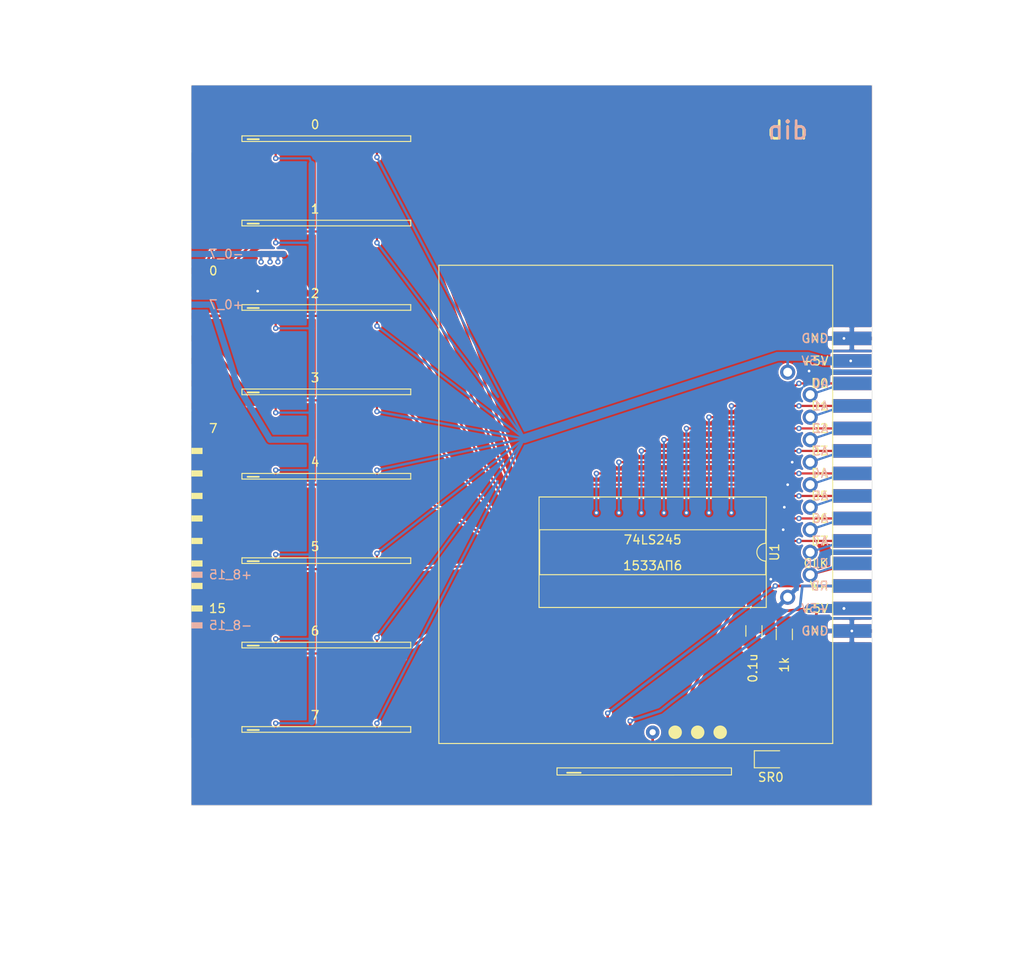
<source format=kicad_pcb>
(kicad_pcb (version 20171130) (host pcbnew 5.1.5+dfsg1-2build2)
  (layers (0 F.Cu signal) (31 B.Cu signal) (34 B.Paste user) (35 F.Paste user) (36 B.SilkS user) (37 F.SilkS user) (38 B.Mask user) (39 F.Mask user) (44 Edge.Cuts user))
  (net 0 "")
  (net 1 +5V)
  (net 2 GND)
  (net 3 IN1)
  (net 4 IN2)
  (net 5 IN3)
  (net 6 IN4)
  (net 7 IN5)
  (net 8 IN6)
  (net 9 IN7)
  (net 10 A7)
  (net 11 A6)
  (net 12 A5)
  (net 13 A4)
  (net 14 A3)
  (net 15 A2)
  (net 16 A1)
  (net 17 IN0)
  (net 18 CLK)
  (net 19 D7)
  (net 20 D6)
  (net 21 D5)
  (net 22 D4)
  (net 23 D3)
  (net 24 D2)
  (net 25 D1)
  (net 26 D0)
  (net 27 A0)
  (net 28 GND0_7)
  (net 29 INL0)
  (net 30 INL1)
  (net 31 INL2)
  (net 32 INL3)
  (net 33 INL4)
  (net 34 INL5)
  (net 35 INL6)
  (net 36 INL7)
  (net 37 WR)
  (net 38 RD)
  (net 39 SR0)
  (net 40 "Net-(D1-Pad2)")
  (net 41 S0)
  (net 42 "Net-(J1-Pad20)")
  (net 43 "Net-(J1-Pad19)")
  (net 44 "Net-(J1-Pad16)")
  (net 45 "Net-(J1-Pad15)")
  (net 46 "Net-(J1-Pad14)")
  (net 47 "Net-(J1-Pad13)")
  (net 48 "Net-(J1-Pad12)")
  (net 49 "Net-(J1-Pad11)")
  (net 50 "Net-(J1-Pad10)")
  (net 51 "Net-(J1-Pad9)")
  (net 52 "Net-(J11-Pad15)")
  (net 53 V0_7)
  (net 54 "Net-(J11-Pad13)")
  (net 55 "Net-(J11-Pad14)")
  (module plc88:dio_channel_i (layer F.Cu) (at 48.26 101.6)
    (fp_text reference J9 hide)
    (fp_text value dio_channel_i hide)
    (fp_line (start -7.62 1.651) (end -6.35 1.651) (layer F.SilkS) (width 0.2))
    (fp_line (start -8.255 1.905) (end -8.255 1.27) (layer F.SilkS) (width 0.12))
    (fp_line (start 10.795 1.905) (end -8.255 1.905) (layer F.SilkS) (width 0.12))
    (fp_line (start 10.795 1.27) (end 10.795 1.905) (layer F.SilkS) (width 0.12))
    (fp_line (start -8.255 1.27) (end 10.795 1.27) (layer F.SilkS) (width 0.12))
    (fp_text user 7 (at 0 0) (layer F.SilkS))
    (pad 4 smd rect (at 4.445 2.54) (size 1.27 1.27) (layers F.Cu F.Paste F.Mask) (net 2 GND))
    (pad 6 smd rect (at 9.525 2.54) (size 1.27 1.27) (layers F.Cu F.Paste F.Mask) (net 36 INL7))
    (pad 5 smd rect (at 6.985 2.54) (size 1.27 1.27) (layers F.Cu F.Paste F.Mask) (net 1 +5V))
    (pad 3 smd rect (at -1.905 2.54) (size 1.27 1.27) (layers F.Cu F.Paste F.Mask) (net 28 GND0_7))
    (pad 2 smd rect (at -4.445 2.54) (size 1.27 1.27) (layers F.Cu F.Paste F.Mask) (net 53 V0_7))
    (pad 1 smd rect (at -6.985 2.54) (size 1.27 1.27) (layers F.Cu F.Paste F.Mask) (net 9 IN7))
  )
  (module plc88:dio_channel_i (layer F.Cu) (at 48.26 92.075)
    (fp_text reference J8 hide)
    (fp_text value dio_channel_i hide)
    (fp_line (start -7.62 1.651) (end -6.35 1.651) (layer F.SilkS) (width 0.2))
    (fp_line (start -8.255 1.905) (end -8.255 1.27) (layer F.SilkS) (width 0.12))
    (fp_line (start 10.795 1.905) (end -8.255 1.905) (layer F.SilkS) (width 0.12))
    (fp_line (start 10.795 1.27) (end 10.795 1.905) (layer F.SilkS) (width 0.12))
    (fp_line (start -8.255 1.27) (end 10.795 1.27) (layer F.SilkS) (width 0.12))
    (fp_text user 6 (at 0 0) (layer F.SilkS))
    (pad 4 smd rect (at 4.445 2.54) (size 1.27 1.27) (layers F.Cu F.Paste F.Mask) (net 2 GND))
    (pad 6 smd rect (at 9.525 2.54) (size 1.27 1.27) (layers F.Cu F.Paste F.Mask) (net 35 INL6))
    (pad 5 smd rect (at 6.985 2.54) (size 1.27 1.27) (layers F.Cu F.Paste F.Mask) (net 1 +5V))
    (pad 3 smd rect (at -1.905 2.54) (size 1.27 1.27) (layers F.Cu F.Paste F.Mask) (net 28 GND0_7))
    (pad 2 smd rect (at -4.445 2.54) (size 1.27 1.27) (layers F.Cu F.Paste F.Mask) (net 53 V0_7))
    (pad 1 smd rect (at -6.985 2.54) (size 1.27 1.27) (layers F.Cu F.Paste F.Mask) (net 8 IN6))
  )
  (module plc88:dio_channel_i (layer F.Cu) (at 48.26 82.55)
    (fp_text reference J7 hide)
    (fp_text value dio_channel_i hide)
    (fp_line (start -7.62 1.651) (end -6.35 1.651) (layer F.SilkS) (width 0.2))
    (fp_line (start -8.255 1.905) (end -8.255 1.27) (layer F.SilkS) (width 0.12))
    (fp_line (start 10.795 1.905) (end -8.255 1.905) (layer F.SilkS) (width 0.12))
    (fp_line (start 10.795 1.27) (end 10.795 1.905) (layer F.SilkS) (width 0.12))
    (fp_line (start -8.255 1.27) (end 10.795 1.27) (layer F.SilkS) (width 0.12))
    (fp_text user 5 (at 0 0) (layer F.SilkS))
    (pad 4 smd rect (at 4.445 2.54) (size 1.27 1.27) (layers F.Cu F.Paste F.Mask) (net 2 GND))
    (pad 6 smd rect (at 9.525 2.54) (size 1.27 1.27) (layers F.Cu F.Paste F.Mask) (net 34 INL5))
    (pad 5 smd rect (at 6.985 2.54) (size 1.27 1.27) (layers F.Cu F.Paste F.Mask) (net 1 +5V))
    (pad 3 smd rect (at -1.905 2.54) (size 1.27 1.27) (layers F.Cu F.Paste F.Mask) (net 28 GND0_7))
    (pad 2 smd rect (at -4.445 2.54) (size 1.27 1.27) (layers F.Cu F.Paste F.Mask) (net 53 V0_7))
    (pad 1 smd rect (at -6.985 2.54) (size 1.27 1.27) (layers F.Cu F.Paste F.Mask) (net 7 IN5))
  )
  (module plc88:dio_channel_i (layer F.Cu) (at 48.26 73.025)
    (fp_text reference J6 hide)
    (fp_text value dio_channel_i hide)
    (fp_line (start -7.62 1.651) (end -6.35 1.651) (layer F.SilkS) (width 0.2))
    (fp_line (start -8.255 1.905) (end -8.255 1.27) (layer F.SilkS) (width 0.12))
    (fp_line (start 10.795 1.905) (end -8.255 1.905) (layer F.SilkS) (width 0.12))
    (fp_line (start 10.795 1.27) (end 10.795 1.905) (layer F.SilkS) (width 0.12))
    (fp_line (start -8.255 1.27) (end 10.795 1.27) (layer F.SilkS) (width 0.12))
    (fp_text user 4 (at 0 0) (layer F.SilkS))
    (pad 4 smd rect (at 4.445 2.54) (size 1.27 1.27) (layers F.Cu F.Paste F.Mask) (net 2 GND))
    (pad 6 smd rect (at 9.525 2.54) (size 1.27 1.27) (layers F.Cu F.Paste F.Mask) (net 33 INL4))
    (pad 5 smd rect (at 6.985 2.54) (size 1.27 1.27) (layers F.Cu F.Paste F.Mask) (net 1 +5V))
    (pad 3 smd rect (at -1.905 2.54) (size 1.27 1.27) (layers F.Cu F.Paste F.Mask) (net 28 GND0_7))
    (pad 2 smd rect (at -4.445 2.54) (size 1.27 1.27) (layers F.Cu F.Paste F.Mask) (net 53 V0_7))
    (pad 1 smd rect (at -6.985 2.54) (size 1.27 1.27) (layers F.Cu F.Paste F.Mask) (net 6 IN4))
  )
  (module plc88:dio_channel_i (layer F.Cu) (at 48.26 63.5)
    (fp_text reference J5 hide)
    (fp_text value dio_channel_i hide)
    (fp_line (start -7.62 1.651) (end -6.35 1.651) (layer F.SilkS) (width 0.2))
    (fp_line (start -8.255 1.905) (end -8.255 1.27) (layer F.SilkS) (width 0.12))
    (fp_line (start 10.795 1.905) (end -8.255 1.905) (layer F.SilkS) (width 0.12))
    (fp_line (start 10.795 1.27) (end 10.795 1.905) (layer F.SilkS) (width 0.12))
    (fp_line (start -8.255 1.27) (end 10.795 1.27) (layer F.SilkS) (width 0.12))
    (fp_text user 3 (at 0 0) (layer F.SilkS))
    (pad 4 smd rect (at 4.445 2.54) (size 1.27 1.27) (layers F.Cu F.Paste F.Mask) (net 2 GND))
    (pad 6 smd rect (at 9.525 2.54) (size 1.27 1.27) (layers F.Cu F.Paste F.Mask) (net 32 INL3))
    (pad 5 smd rect (at 6.985 2.54) (size 1.27 1.27) (layers F.Cu F.Paste F.Mask) (net 1 +5V))
    (pad 3 smd rect (at -1.905 2.54) (size 1.27 1.27) (layers F.Cu F.Paste F.Mask) (net 28 GND0_7))
    (pad 2 smd rect (at -4.445 2.54) (size 1.27 1.27) (layers F.Cu F.Paste F.Mask) (net 53 V0_7))
    (pad 1 smd rect (at -6.985 2.54) (size 1.27 1.27) (layers F.Cu F.Paste F.Mask) (net 5 IN3))
  )
  (module plc88:dio_channel_i (layer F.Cu) (at 48.26 53.975)
    (fp_text reference J4 hide)
    (fp_text value dio_channel_i hide)
    (fp_line (start -7.62 1.651) (end -6.35 1.651) (layer F.SilkS) (width 0.2))
    (fp_line (start -8.255 1.905) (end -8.255 1.27) (layer F.SilkS) (width 0.12))
    (fp_line (start 10.795 1.905) (end -8.255 1.905) (layer F.SilkS) (width 0.12))
    (fp_line (start 10.795 1.27) (end 10.795 1.905) (layer F.SilkS) (width 0.12))
    (fp_line (start -8.255 1.27) (end 10.795 1.27) (layer F.SilkS) (width 0.12))
    (fp_text user 2 (at 0 0) (layer F.SilkS))
    (pad 4 smd rect (at 4.445 2.54) (size 1.27 1.27) (layers F.Cu F.Paste F.Mask) (net 2 GND))
    (pad 6 smd rect (at 9.525 2.54) (size 1.27 1.27) (layers F.Cu F.Paste F.Mask) (net 31 INL2))
    (pad 5 smd rect (at 6.985 2.54) (size 1.27 1.27) (layers F.Cu F.Paste F.Mask) (net 1 +5V))
    (pad 3 smd rect (at -1.905 2.54) (size 1.27 1.27) (layers F.Cu F.Paste F.Mask) (net 28 GND0_7))
    (pad 2 smd rect (at -4.445 2.54) (size 1.27 1.27) (layers F.Cu F.Paste F.Mask) (net 53 V0_7))
    (pad 1 smd rect (at -6.985 2.54) (size 1.27 1.27) (layers F.Cu F.Paste F.Mask) (net 4 IN2))
  )
  (module plc88:dio_channel_i (layer F.Cu) (at 48.26 44.45)
    (fp_text reference J3 hide)
    (fp_text value dio_channel_i hide)
    (fp_line (start -7.62 1.651) (end -6.35 1.651) (layer F.SilkS) (width 0.2))
    (fp_line (start -8.255 1.905) (end -8.255 1.27) (layer F.SilkS) (width 0.12))
    (fp_line (start 10.795 1.905) (end -8.255 1.905) (layer F.SilkS) (width 0.12))
    (fp_line (start 10.795 1.27) (end 10.795 1.905) (layer F.SilkS) (width 0.12))
    (fp_line (start -8.255 1.27) (end 10.795 1.27) (layer F.SilkS) (width 0.12))
    (fp_text user 1 (at 0 0) (layer F.SilkS))
    (pad 4 smd rect (at 4.445 2.54) (size 1.27 1.27) (layers F.Cu F.Paste F.Mask) (net 2 GND))
    (pad 6 smd rect (at 9.525 2.54) (size 1.27 1.27) (layers F.Cu F.Paste F.Mask) (net 30 INL1))
    (pad 5 smd rect (at 6.985 2.54) (size 1.27 1.27) (layers F.Cu F.Paste F.Mask) (net 1 +5V))
    (pad 3 smd rect (at -1.905 2.54) (size 1.27 1.27) (layers F.Cu F.Paste F.Mask) (net 28 GND0_7))
    (pad 2 smd rect (at -4.445 2.54) (size 1.27 1.27) (layers F.Cu F.Paste F.Mask) (net 53 V0_7))
    (pad 1 smd rect (at -6.985 2.54) (size 1.27 1.27) (layers F.Cu F.Paste F.Mask) (net 3 IN1))
  )
  (module plc88:dio_channel_i (layer F.Cu) (at 48.26 34.925)
    (fp_text reference J2 hide)
    (fp_text value dio_channel_i hide)
    (fp_line (start -7.62 1.651) (end -6.35 1.651) (layer F.SilkS) (width 0.2))
    (fp_line (start -8.255 1.905) (end -8.255 1.27) (layer F.SilkS) (width 0.12))
    (fp_line (start 10.795 1.905) (end -8.255 1.905) (layer F.SilkS) (width 0.12))
    (fp_line (start 10.795 1.27) (end 10.795 1.905) (layer F.SilkS) (width 0.12))
    (fp_line (start -8.255 1.27) (end 10.795 1.27) (layer F.SilkS) (width 0.12))
    (fp_text user 0 (at 0 0) (layer F.SilkS))
    (pad 4 smd rect (at 4.445 2.54) (size 1.27 1.27) (layers F.Cu F.Paste F.Mask) (net 2 GND))
    (pad 6 smd rect (at 9.525 2.54) (size 1.27 1.27) (layers F.Cu F.Paste F.Mask) (net 29 INL0))
    (pad 5 smd rect (at 6.985 2.54) (size 1.27 1.27) (layers F.Cu F.Paste F.Mask) (net 1 +5V))
    (pad 3 smd rect (at -1.905 2.54) (size 1.27 1.27) (layers F.Cu F.Paste F.Mask) (net 28 GND0_7))
    (pad 2 smd rect (at -4.445 2.54) (size 1.27 1.27) (layers F.Cu F.Paste F.Mask) (net 53 V0_7))
    (pad 1 smd rect (at -6.985 2.54) (size 1.27 1.27) (layers F.Cu F.Paste F.Mask) (net 17 IN0))
  )
  (module plc88:fm16_im (layer F.Cu) (at 37.465 42.545)
    (fp_text reference J1 hide)
    (fp_text value fm16_i hide)
    (fp_text user 15 (at -1.27 46.99) (layer F.SilkS) (effects (justify left)))
    (fp_text user 7 (at -1.27 26.67) (layer F.SilkS) (effects (justify left)))
    (fp_text user 0 (at -1.27 8.89) (layer F.SilkS) (effects (justify left)))
    (fp_text user -8_15 (at -1.27 48.895) (layer B.SilkS) (effects (justify right mirror)))
    (fp_text user +8_15 (at -1.27 43.18) (layer B.SilkS) (effects (justify right mirror)))
    (fp_text user -0_7 (at -1.27 6.985) (layer B.SilkS) (effects (justify right mirror)))
    (fp_text user +0_7 (at -1.27 12.7) (layer B.SilkS) (effects (justify right mirror)))
    (pad 25 smd rect (at -2.54 57.785) (size 1.27 7.62) (layers F.Cu F.Paste F.Mask) (net 2 GND))
    (pad 24 smd rect (at -2.54 -0.635) (size 1.27 7.62) (layers F.Cu F.Paste F.Mask) (net 2 GND))
    (pad 23 smd rect (at -2.54 57.785) (size 1.27 7.62) (layers B.Cu B.Paste B.Mask) (net 2 GND))
    (pad 22 smd rect (at -2.54 28.575) (size 1.27 7.62) (layers B.Cu B.Paste B.Mask) (net 2 GND))
    (pad 21 smd rect (at -2.54 -0.635) (size 1.27 7.62) (layers B.Cu B.Paste B.Mask) (net 2 GND))
    (pad 20 smd rect (at -2.54 48.895) (size 1.27 0.7) (layers B.SilkS) (net 42 "Net-(J1-Pad20)"))
    (pad 19 smd rect (at -2.54 43.18) (size 1.27 0.7) (layers B.SilkS) (net 43 "Net-(J1-Pad19)"))
    (pad 18 smd rect (at -2.54 12.7) (size 1.27 0.7) (layers B.Cu B.Paste B.Mask) (net 53 V0_7))
    (pad 17 smd rect (at -2.54 6.985) (size 1.27 0.7) (layers B.Cu B.Paste B.Mask) (net 28 GND0_7))
    (pad 16 smd rect (at -2.54 46.99) (size 1.27 0.7) (layers F.SilkS) (net 44 "Net-(J1-Pad16)"))
    (pad 15 smd rect (at -2.54 44.45) (size 1.27 0.7) (layers F.SilkS) (net 45 "Net-(J1-Pad15)"))
    (pad 14 smd rect (at -2.54 41.91) (size 1.27 0.7) (layers F.SilkS) (net 46 "Net-(J1-Pad14)"))
    (pad 13 smd rect (at -2.54 39.37) (size 1.27 0.7) (layers F.SilkS) (net 47 "Net-(J1-Pad13)"))
    (pad 12 smd rect (at -2.54 36.83) (size 1.27 0.7) (layers F.SilkS) (net 48 "Net-(J1-Pad12)"))
    (pad 11 smd rect (at -2.54 34.29) (size 1.27 0.7) (layers F.SilkS) (net 49 "Net-(J1-Pad11)"))
    (pad 10 smd rect (at -2.54 31.75) (size 1.27 0.7) (layers F.SilkS) (net 50 "Net-(J1-Pad10)"))
    (pad 9 smd rect (at -2.54 29.21) (size 1.27 0.7) (layers F.SilkS) (net 51 "Net-(J1-Pad9)"))
    (pad 8 smd rect (at -2.54 26.67) (size 1.27 0.7) (layers F.Cu F.Paste F.Mask) (net 9 IN7))
    (pad 7 smd rect (at -2.54 24.13) (size 1.27 0.7) (layers F.Cu F.Paste F.Mask) (net 8 IN6))
    (pad 6 smd rect (at -2.54 21.59) (size 1.27 0.7) (layers F.Cu F.Paste F.Mask) (net 7 IN5))
    (pad 5 smd rect (at -2.54 19.05) (size 1.27 0.7) (layers F.Cu F.Paste F.Mask) (net 6 IN4))
    (pad 4 smd rect (at -2.54 16.51) (size 1.27 0.7) (layers F.Cu F.Paste F.Mask) (net 5 IN3))
    (pad 3 smd rect (at -2.54 13.97) (size 1.27 0.7) (layers F.Cu F.Paste F.Mask) (net 4 IN2))
    (pad 2 smd rect (at -2.54 11.43) (size 1.27 0.7) (layers F.Cu F.Paste F.Mask) (net 3 IN1))
    (pad 1 smd rect (at -2.54 8.89) (size 1.27 0.7) (layers F.Cu F.Paste F.Mask) (net 17 IN0))
  )
  (module plc88:wrs_i (layer F.Cu) (at 84.455 106.426)
    (fp_text reference J10 hide)
    (fp_text value wrs_i hide)
    (fp_line (start -7.747 1.651) (end -6.223 1.651) (layer F.SilkS) (width 0.2))
    (fp_line (start -8.89 1.9) (end -8.89 1.1) (layer F.SilkS) (width 0.12))
    (fp_line (start 10.795 1.9) (end -8.89 1.905) (layer F.SilkS) (width 0.12))
    (fp_line (start 10.8 1.1) (end 10.8 1.9) (layer F.SilkS) (width 0.12))
    (fp_line (start -8.89 1.1) (end 10.8 1.1) (layer F.SilkS) (width 0.12))
    (pad 6 smd rect (at 8.89 2.54) (size 1.27 1.27) (layers F.Cu F.Paste F.Mask) (net 1 +5V))
    (pad 5 smd rect (at 4.445 2.54) (size 1.27 1.27) (layers F.Cu F.Paste F.Mask) (net 39 SR0))
    (pad 4 smd rect (at 1.905 2.54) (size 1.27 1.27) (layers F.Cu F.Paste F.Mask) (net 41 S0))
    (pad 3 smd rect (at -0.635 2.54) (size 1.27 1.27) (layers F.Cu F.Paste F.Mask) (net 38 RD))
    (pad 2 smd rect (at -3.175 2.54) (size 1.27 1.27) (layers F.Cu F.Paste F.Mask) (net 37 WR))
    (pad 1 smd rect (at -6.985 2.54) (size 1.27 1.27) (layers F.Cu F.Paste F.Mask) (net 2 GND))
  )
  (module plc88:selector4_i (layer F.Cu) (at 101.6 62.865)
    (fp_text reference J11 hide)
    (fp_text value selector4_i hide)
    (fp_line (start -39.37 -12.065) (end 5.08 -12.065) (layer F.SilkS) (width 0.12))
    (fp_line (start -39.37 41.91) (end -39.37 -12.065) (layer F.SilkS) (width 0.12))
    (fp_line (start 5.08 41.91) (end -39.37 41.91) (layer F.SilkS) (width 0.12))
    (fp_line (start 5.08 -12.065) (end 5.08 41.91) (layer F.SilkS) (width 0.12))
    (pad 13 smd circle (at -12.7 40.64) (size 1.524 1.524) (layers F.SilkS) (net 54 "Net-(J11-Pad13)"))
    (pad 12 thru_hole circle (at -15.24 40.64) (size 1.524 1.524) (drill 0.7) (layers *.Cu *.Mask) (net 41 S0))
    (pad 15 smd circle (at -7.62 40.64) (size 1.524 1.524) (layers F.SilkS) (net 52 "Net-(J11-Pad15)"))
    (pad 14 smd circle (at -10.16 40.64) (size 1.524 1.524) (layers F.SilkS) (net 55 "Net-(J11-Pad14)"))
    (pad 11 thru_hole circle (at 0 25.4) (size 1.7 1.7) (drill 1) (layers *.Cu *.Mask) (net 2 GND))
    (pad 10 thru_hole circle (at 2.54 22.86) (size 1.7 1.7) (drill 1) (layers *.Cu *.Mask) (net 18 CLK))
    (pad 9 thru_hole circle (at 2.54 20.32) (size 1.7 1.7) (drill 1) (layers *.Cu *.Mask) (net 10 A7))
    (pad 8 thru_hole circle (at 2.54 17.78) (size 1.7 1.7) (drill 1) (layers *.Cu *.Mask) (net 11 A6))
    (pad 7 thru_hole circle (at 2.54 15.24) (size 1.7 1.7) (drill 1) (layers *.Cu *.Mask) (net 12 A5))
    (pad 6 thru_hole circle (at 2.54 12.7) (size 1.7 1.7) (drill 1) (layers *.Cu *.Mask) (net 13 A4))
    (pad 5 thru_hole circle (at 2.54 10.16) (size 1.7 1.7) (drill 1) (layers *.Cu *.Mask) (net 14 A3))
    (pad 4 thru_hole circle (at 2.54 7.62) (size 1.7 1.7) (drill 1) (layers *.Cu *.Mask) (net 15 A2))
    (pad 3 thru_hole circle (at 2.54 5.08) (size 1.7 1.7) (drill 1) (layers *.Cu *.Mask) (net 16 A1))
    (pad 2 thru_hole circle (at 2.54 2.54) (size 1.7 1.7) (drill 1) (layers *.Cu *.Mask) (net 27 A0))
    (pad 1 thru_hole circle (at 0 0) (size 1.7 1.7) (drill 1) (layers *.Cu *.Mask) (net 1 +5V))
  )
  (module Resistor_SMD:R_1206_3216Metric (layer F.Cu) (at 101.219 92.456 270)
    (fp_text reference R1 hide)
    (fp_text value 1k (at 3.429 0 90) (layer F.SilkS))
    (fp_line (start -0.602064 0.91) (end 0.602064 0.91) (layer F.SilkS) (width 0.12))
    (fp_line (start -0.602064 -0.91) (end 0.602064 -0.91) (layer F.SilkS) (width 0.12))
    (pad 2 smd roundrect (at 1.4 0 270) (size 1.25 1.75) (layers F.Cu F.Paste F.Mask) (roundrect_rratio 0.2) (net 40 "Net-(D1-Pad2)"))
    (pad 1 smd roundrect (at -1.4 0 270) (size 1.25 1.75) (layers F.Cu F.Paste F.Mask) (roundrect_rratio 0.2) (net 1 +5V))
  )
  (module Capacitor_SMD:C_1206_3216Metric (layer F.Cu) (at 97.79 92.072 90)
    (fp_text reference C1 hide)
    (fp_text value 0.1u (at -4.194 -0.127 90) (layer F.SilkS))
    (fp_line (start -0.602064 0.91) (end 0.602064 0.91) (layer F.SilkS) (width 0.12))
    (fp_line (start -0.602064 -0.91) (end 0.602064 -0.91) (layer F.SilkS) (width 0.12))
    (pad 2 smd roundrect (at 1.4 0 90) (size 1.25 1.75) (layers F.Cu F.Paste F.Mask) (roundrect_rratio 0.2) (net 1 +5V))
    (pad 1 smd roundrect (at -1.4 0 90) (size 1.25 1.75) (layers F.Cu F.Paste F.Mask) (roundrect_rratio 0.2) (net 2 GND))
  )
  (module 1my_elements:Bus88_2x14 (layer F.Cu) (at 108.839 59.055)
    (fp_text reference J12 hide)
    (fp_text value Bus88_2x14 hide)
    (fp_text user WR (at -2.54 27.94) (layer F.SilkS) (effects (justify right)))
    (fp_text user RD (at -2.54 27.94) (layer B.SilkS) (effects (justify left mirror)))
    (fp_text user GND (at -2.54 0) (layer B.SilkS) (effects (justify left mirror)))
    (fp_text user +5V (at -2.54 2.54) (layer B.SilkS) (effects (justify left mirror)))
    (fp_text user GND (at -2.54 33.02) (layer B.SilkS) (effects (justify left mirror)))
    (fp_text user +5V (at -2.54 30.48) (layer B.SilkS) (effects (justify left mirror)))
    (fp_text user CLK (at -2.54 25.4) (layer B.SilkS) (effects (justify left mirror)))
    (fp_text user A7 (at -2.54 22.86) (layer B.SilkS) (effects (justify left mirror)))
    (fp_text user A6 (at -2.54 20.32) (layer B.SilkS) (effects (justify left mirror)))
    (fp_text user A5 (at -2.54 17.78) (layer B.SilkS) (effects (justify left mirror)))
    (fp_text user A4 (at -2.54 15.24) (layer B.SilkS) (effects (justify left mirror)))
    (fp_text user A3 (at -2.54 12.7) (layer B.SilkS) (effects (justify left mirror)))
    (fp_text user A2 (at -2.54 10.16) (layer B.SilkS) (effects (justify left mirror)))
    (fp_text user A1 (at -2.54 7.62) (layer B.SilkS) (effects (justify left mirror)))
    (fp_text user A0 (at -2.54 5.08) (layer B.SilkS) (effects (justify left mirror)))
    (fp_text user D7 (at -2.54 22.86) (layer F.SilkS) (effects (justify right)))
    (fp_text user CLK (at -2.54 25.4) (layer F.SilkS) (effects (justify right)))
    (fp_text user +5V (at -2.54 30.48) (layer F.SilkS) (effects (justify right)))
    (fp_text user GND (at -2.54 33.02) (layer F.SilkS) (effects (justify right)))
    (fp_text user D6 (at -2.54 20.32) (layer F.SilkS) (effects (justify right)))
    (fp_text user D5 (at -2.54 17.78) (layer F.SilkS) (effects (justify right)))
    (fp_text user D4 (at -2.54 15.24) (layer F.SilkS) (effects (justify right)))
    (fp_text user D3 (at -2.54 12.7) (layer F.SilkS) (effects (justify right)))
    (fp_text user D2 (at -2.54 10.16) (layer F.SilkS) (effects (justify right)))
    (fp_text user D1 (at -2.54 7.62) (layer F.SilkS) (effects (justify right)))
    (fp_text user D0 (at -2.54 5.08) (layer F.SilkS) (effects (justify right)))
    (fp_text user +5V (at -2.54 2.54) (layer F.SilkS) (effects (justify right)))
    (fp_text user GND (at -2.54 0) (layer F.SilkS) (effects (justify right)))
    (pad 24 smd rect (at 0 27.94) (size 4.445 1.524) (layers F.Cu F.Paste F.Mask) (net 37 WR))
    (pad 23 smd rect (at 0 27.94) (size 4.445 1.524) (layers B.Cu B.Paste B.Mask) (net 38 RD))
    (pad 28 smd rect (at 0 33.02) (size 4.445 1.524) (layers F.Cu F.Paste F.Mask) (net 2 GND))
    (pad 26 smd rect (at 0 30.48) (size 4.445 1.524) (layers F.Cu F.Paste F.Mask) (net 1 +5V))
    (pad 22 smd rect (at 0 25.4) (size 4.445 1.524) (layers F.Cu F.Paste F.Mask) (net 18 CLK))
    (pad 20 smd rect (at 0 22.86) (size 4.445 1.524) (layers F.Cu F.Paste F.Mask) (net 19 D7))
    (pad 18 smd rect (at 0 20.32) (size 4.445 1.524) (layers F.Cu F.Paste F.Mask) (net 20 D6))
    (pad 16 smd rect (at 0 17.78) (size 4.445 1.524) (layers F.Cu F.Paste F.Mask) (net 21 D5))
    (pad 14 smd rect (at 0 15.24) (size 4.445 1.524) (layers F.Cu F.Paste F.Mask) (net 22 D4))
    (pad 12 smd rect (at 0 12.7) (size 4.445 1.524) (layers F.Cu F.Paste F.Mask) (net 23 D3))
    (pad 10 smd rect (at 0 10.16) (size 4.445 1.524) (layers F.Cu F.Paste F.Mask) (net 24 D2))
    (pad 8 smd rect (at 0 7.62) (size 4.445 1.524) (layers F.Cu F.Paste F.Mask) (net 25 D1))
    (pad 6 smd rect (at 0 5.08) (size 4.445 1.524) (layers F.Cu F.Paste F.Mask) (net 26 D0))
    (pad 4 smd rect (at 0 2.54) (size 4.445 1.524) (layers F.Cu F.Paste F.Mask) (net 1 +5V))
    (pad 2 smd rect (at 0 0) (size 4.445 1.524) (layers F.Cu F.Paste F.Mask) (net 2 GND))
    (pad 9 smd rect (at 0 10.16) (size 4.445 1.524) (layers B.Cu B.Paste B.Mask) (net 15 A2))
    (pad 27 smd rect (at 0 33.02) (size 4.445 1.524) (layers B.Cu B.Paste B.Mask) (net 2 GND))
    (pad 25 smd rect (at 0 30.48) (size 4.445 1.524) (layers B.Cu B.Paste B.Mask) (net 1 +5V))
    (pad 21 smd rect (at 0 25.4) (size 4.445 1.524) (layers B.Cu B.Paste B.Mask) (net 18 CLK))
    (pad 19 smd rect (at 0 22.86) (size 4.445 1.524) (layers B.Cu B.Paste B.Mask) (net 10 A7))
    (pad 17 smd rect (at 0 20.32) (size 4.445 1.524) (layers B.Cu B.Paste B.Mask) (net 11 A6))
    (pad 15 smd rect (at 0 17.78) (size 4.445 1.524) (layers B.Cu B.Paste B.Mask) (net 12 A5))
    (pad 13 smd rect (at 0 15.24) (size 4.445 1.524) (layers B.Cu B.Paste B.Mask) (net 13 A4))
    (pad 11 smd rect (at 0 12.7) (size 4.445 1.524) (layers B.Cu B.Paste B.Mask) (net 14 A3))
    (pad 7 smd rect (at 0 7.62) (size 4.445 1.524) (layers B.Cu B.Paste B.Mask) (net 16 A1))
    (pad 5 smd rect (at 0 5.08) (size 4.445 1.524) (layers B.Cu B.Paste B.Mask) (net 27 A0))
    (pad 3 smd rect (at 0 2.54) (size 4.445 1.524) (layers B.Cu B.Paste B.Mask) (net 1 +5V))
    (pad 1 smd rect (at 0 0) (size 4.445 1.524) (layers B.Cu B.Paste B.Mask) (net 2 GND))
  )
  (module LED_SMD:LED_0805_2012Metric_Pad1.15x1.40mm_HandSolder (layer F.Cu) (at 99.695 106.553)
    (fp_text reference D1 hide)
    (fp_text value SR0 (at 0 2.032) (layer F.SilkS))
    (fp_line (start -1.86 0.96) (end 1 0.96) (layer F.SilkS) (width 0.12))
    (fp_line (start -1.86 -0.96) (end -1.86 0.96) (layer F.SilkS) (width 0.12))
    (fp_line (start 1 -0.96) (end -1.86 -0.96) (layer F.SilkS) (width 0.12))
    (pad 2 smd roundrect (at 1.025 0) (size 1.15 1.4) (layers F.Cu F.Paste F.Mask) (roundrect_rratio 0.217391) (net 40 "Net-(D1-Pad2)"))
    (pad 1 smd roundrect (at -1.025 0) (size 1.15 1.4) (layers F.Cu F.Paste F.Mask) (roundrect_rratio 0.217391) (net 39 SR0))
  )
  (module Package_DIP:DIP-20_W8.89mm_SMDSocket_LongPads (layer F.Cu) (at 86.36 83.185 270)
    (fp_text reference U1 (at 0 -13.76 90) (layer F.SilkS))
    (fp_text value 74LS245 (at -1.397 0 180) (layer F.SilkS))
    (fp_line (start 6.235 -12.82) (end -6.235 -12.82) (layer F.SilkS) (width 0.12))
    (fp_line (start 6.235 12.82) (end 6.235 -12.82) (layer F.SilkS) (width 0.12))
    (fp_line (start -6.235 12.82) (end 6.235 12.82) (layer F.SilkS) (width 0.12))
    (fp_line (start -6.235 -12.82) (end -6.235 12.82) (layer F.SilkS) (width 0.12))
    (fp_line (start 2.535 -12.76) (end 1 -12.76) (layer F.SilkS) (width 0.12))
    (fp_line (start 2.535 12.76) (end 2.535 -12.76) (layer F.SilkS) (width 0.12))
    (fp_line (start -2.535 12.76) (end 2.535 12.76) (layer F.SilkS) (width 0.12))
    (fp_line (start -2.535 -12.76) (end -2.535 12.76) (layer F.SilkS) (width 0.12))
    (fp_line (start -1 -12.76) (end -2.535 -12.76) (layer F.SilkS) (width 0.12))
    (fp_arc (start 0 -12.76) (end -1 -12.76) (angle -180) (layer F.SilkS) (width 0.12))
    (fp_text user 1533АП6 (at 1.524 0) (layer F.SilkS))
    (pad 20 smd rect (at 4.445 -11.43 270) (size 3.1 1.6) (layers F.Cu F.Paste F.Mask) (net 1 +5V))
    (pad 10 smd rect (at -4.445 11.43 270) (size 3.1 1.6) (layers F.Cu F.Paste F.Mask) (net 2 GND))
    (pad 19 smd rect (at 4.445 -8.89 270) (size 3.1 1.6) (layers F.Cu F.Paste F.Mask) (net 39 SR0))
    (pad 9 smd rect (at -4.445 8.89 270) (size 3.1 1.6) (layers F.Cu F.Paste F.Mask) (net 19 D7))
    (pad 18 smd rect (at 4.445 -6.35 270) (size 3.1 1.6) (layers F.Cu F.Paste F.Mask) (net 29 INL0))
    (pad 8 smd rect (at -4.445 6.35 270) (size 3.1 1.6) (layers F.Cu F.Paste F.Mask) (net 20 D6))
    (pad 17 smd rect (at 4.445 -3.81 270) (size 3.1 1.6) (layers F.Cu F.Paste F.Mask) (net 30 INL1))
    (pad 7 smd rect (at -4.445 3.81 270) (size 3.1 1.6) (layers F.Cu F.Paste F.Mask) (net 21 D5))
    (pad 16 smd rect (at 4.445 -1.27 270) (size 3.1 1.6) (layers F.Cu F.Paste F.Mask) (net 31 INL2))
    (pad 6 smd rect (at -4.445 1.27 270) (size 3.1 1.6) (layers F.Cu F.Paste F.Mask) (net 22 D4))
    (pad 15 smd rect (at 4.445 1.27 270) (size 3.1 1.6) (layers F.Cu F.Paste F.Mask) (net 32 INL3))
    (pad 5 smd rect (at -4.445 -1.27 270) (size 3.1 1.6) (layers F.Cu F.Paste F.Mask) (net 23 D3))
    (pad 14 smd rect (at 4.445 3.81 270) (size 3.1 1.6) (layers F.Cu F.Paste F.Mask) (net 33 INL4))
    (pad 4 smd rect (at -4.445 -3.81 270) (size 3.1 1.6) (layers F.Cu F.Paste F.Mask) (net 24 D2))
    (pad 13 smd rect (at 4.445 6.35 270) (size 3.1 1.6) (layers F.Cu F.Paste F.Mask) (net 34 INL5))
    (pad 3 smd rect (at -4.445 -6.35 270) (size 3.1 1.6) (layers F.Cu F.Paste F.Mask) (net 25 D1))
    (pad 12 smd rect (at 4.445 8.89 270) (size 3.1 1.6) (layers F.Cu F.Paste F.Mask) (net 35 INL6))
    (pad 2 smd rect (at -4.445 -8.89 270) (size 3.1 1.6) (layers F.Cu F.Paste F.Mask) (net 26 D0))
    (pad 11 smd rect (at 4.445 11.43 270) (size 3.1 1.6) (layers F.Cu F.Paste F.Mask) (net 36 INL7))
    (pad 1 smd rect (at -4.445 -11.43 270) (size 3.1 1.6) (layers F.Cu F.Paste F.Mask) (net 2 GND))
  )
  (gr_text din (at 101.6 35.56) (layer F.SilkS) (effects (font (size 2 2) (thickness 0.3))))
  (gr_text din (at 101.6 35.56) (layer B.SilkS) (effects (font (size 2 2) (thickness 0.3)) (justify mirror)))
  (gr_line (start 100.33 111.76) (end 111.125 111.76) (layer Edge.Cuts) (width 0.05))
  (gr_line (start 111.125 30.48) (end 100.33 30.48) (layer Edge.Cuts) (width 0.05))
  (gr_line (start 111.125 44.45) (end 111.125 30.48) (layer Edge.Cuts) (width 0.05))
  (gr_line (start 34.29 111.76) (end 34.29 30.48) (layer Edge.Cuts) (width 0.05))
  (gr_line (start 100.33 111.76) (end 34.29 111.76) (layer Edge.Cuts) (width 0.05))
  (gr_line (start 111.125 44.45) (end 111.125 111.76) (layer Edge.Cuts) (width 0.05))
  (gr_line (start 34.29 30.48) (end 100.33 30.48) (layer Edge.Cuts) (width 0.05))
  (segment (start 97.79 86.995) (end 98.425 88.265) (width 0.5) (layer F.Cu) (net 1))
  (segment (start 97.79 87.63) (end 97.79 90.17) (width 0.5) (layer F.Cu) (net 1))
  (via (at 107.95 89.535) (size 0.61) (drill 0.305) (layers F.Cu B.Cu) (net 1))
  (via (at 107.95 89.535) (size 0.61) (drill 0.305) (layers F.Cu B.Cu) (net 1))
  (segment (start 103.886 61.087) (end 105.664 61.595) (width 1) (layer B.Cu) (net 1))
  (segment (start 105.664 61.595) (end 108.712 61.595) (width 1) (layer B.Cu) (net 1))
  (segment (start 101.6 61.087) (end 101.6 62.865) (width 0.3) (layer B.Cu) (net 1))
  (segment (start 101.6 61.087) (end 103.886 61.087) (width 1) (layer B.Cu) (net 1))
  (segment (start 100.457 61.087) (end 101.6 61.087) (width 1) (layer B.Cu) (net 1))
  (segment (start 71.882 70.358) (end 100.457 61.087) (width 1) (layer B.Cu) (net 1))
  (segment (start 55.245 66.04) (end 55.245 67.31) (width 0.25) (layer F.Cu) (net 1))
  (segment (start 55.245 56.515) (end 55.245 57.658) (width 0.25) (layer F.Cu) (net 1))
  (segment (start 55.245 46.99) (end 55.245 48.26) (width 0.25) (layer F.Cu) (net 1))
  (segment (start 55.245 37.465) (end 55.245 38.608) (width 0.25) (layer F.Cu) (net 1))
  (segment (start 55.245 104.14) (end 55.245 102.489) (width 0.25) (layer F.Cu) (net 1))
  (segment (start 55.245 94.615) (end 55.245 92.837) (width 0.25) (layer F.Cu) (net 1))
  (segment (start 55.245 85.09) (end 55.245 83.312) (width 0.25) (layer F.Cu) (net 1))
  (segment (start 55.245 75.565) (end 55.245 73.914) (width 0.25) (layer F.Cu) (net 1))
  (segment (start 55.245 67.31) (end 55.245 67.31) (width 0.25) (layer F.Cu) (net 1))
  (via (at 55.245 67.31) (size 0.61) (drill 0.305) (layers F.Cu B.Cu) (net 1))
  (segment (start 55.245 57.658) (end 55.245 57.658) (width 0.25) (layer F.Cu) (net 1))
  (via (at 55.245 57.658) (size 0.61) (drill 0.305) (layers F.Cu B.Cu) (net 1))
  (segment (start 55.245 48.26) (end 55.245 48.26) (width 0.25) (layer F.Cu) (net 1))
  (via (at 55.245 48.26) (size 0.61) (drill 0.305) (layers F.Cu B.Cu) (net 1))
  (segment (start 55.245 38.608) (end 55.245 38.735) (width 0.25) (layer F.Cu) (net 1))
  (via (at 55.245 38.608) (size 0.61) (drill 0.305) (layers F.Cu B.Cu) (net 1))
  (segment (start 55.245 102.489) (end 55.245 102.489) (width 0.25) (layer F.Cu) (net 1))
  (via (at 55.245 102.489) (size 0.61) (drill 0.305) (layers F.Cu B.Cu) (net 1))
  (segment (start 55.245 92.837) (end 55.245 92.837) (width 0.25) (layer F.Cu) (net 1))
  (via (at 55.245 92.837) (size 0.61) (drill 0.305) (layers F.Cu B.Cu) (net 1))
  (segment (start 55.245 83.312) (end 55.245 83.312) (width 0.25) (layer F.Cu) (net 1))
  (via (at 55.245 83.312) (size 0.61) (drill 0.305) (layers F.Cu B.Cu) (net 1))
  (segment (start 55.245 73.914) (end 55.245 73.914) (width 0.25) (layer F.Cu) (net 1))
  (via (at 55.245 73.914) (size 0.61) (drill 0.305) (layers F.Cu B.Cu) (net 1))
  (segment (start 55.245 67.31) (end 71.882 70.358) (width 0.25) (layer B.Cu) (net 1))
  (segment (start 71.882 70.358) (end 55.245 73.914) (width 0.25) (layer B.Cu) (net 1))
  (segment (start 71.882 70.358) (end 55.245 57.658) (width 0.25) (layer B.Cu) (net 1))
  (segment (start 71.882 70.358) (end 55.245 48.26) (width 0.25) (layer B.Cu) (net 1))
  (segment (start 71.882 70.358) (end 55.245 38.608) (width 0.25) (layer B.Cu) (net 1))
  (segment (start 71.882 70.358) (end 55.245 83.312) (width 0.25) (layer B.Cu) (net 1))
  (segment (start 71.882 70.358) (end 55.245 92.837) (width 0.25) (layer B.Cu) (net 1))
  (segment (start 55.245 102.489) (end 71.882 70.358) (width 0.25) (layer B.Cu) (net 1))
  (segment (start 93.345 108.966) (end 102.997 108.966) (width 0.3) (layer F.Cu) (net 1))
  (segment (start 102.997 108.966) (end 104.521 91.44) (width 0.3) (layer F.Cu) (net 1))
  (segment (start 104.521 91.44) (end 104.902 89.916) (width 0.3) (layer F.Cu) (net 1))
  (segment (start 104.902 89.916) (end 108.839 89.535) (width 0.3) (layer F.Cu) (net 1))
  (segment (start 107.95 89.535) (end 104.013 89.535) (width 1) (layer F.Cu) (net 1))
  (segment (start 104.013 89.535) (end 107.95 89.535) (width 1) (layer B.Cu) (net 1))
  (segment (start 101.219 91.056) (end 104.013 89.535) (width 0.3) (layer F.Cu) (net 1))
  (segment (start 104.013 89.535) (end 101.6 89.789) (width 0.3) (layer F.Cu) (net 1))
  (segment (start 101.6 89.789) (end 99.314 89.789) (width 0.3) (layer F.Cu) (net 1))
  (segment (start 99.314 89.789) (end 97.79 87.63) (width 0.3) (layer F.Cu) (net 1))
  (segment (start 108.712 61.595) (end 108.839 61.595) (width 1) (layer B.Cu) (net 1))
  (via (at 108.712 61.595) (size 0.61) (drill 0.305) (layers F.Cu B.Cu) (net 1))
  (via (at 108.839 92.075) (size 0.61) (drill 0.305) (layers F.Cu B.Cu) (net 2))
  (via (at 107.95 59.055) (size 0.61) (drill 0.305) (layers F.Cu B.Cu) (net 2))
  (via (at 101.092 80.645) (size 0.61) (drill 0.305) (layers F.Cu B.Cu) (net 2))
  (via (at 101.219 78.105) (size 0.61) (drill 0.305) (layers F.Cu B.Cu) (net 2))
  (via (at 101.6 75.565) (size 0.61) (drill 0.305) (layers F.Cu B.Cu) (net 2))
  (via (at 102.108 73.025) (size 0.61) (drill 0.305) (layers F.Cu B.Cu) (net 2))
  (via (at 99.695 86.233) (size 0.61) (drill 0.305) (layers F.Cu B.Cu) (net 2))
  (via (at 41.783 53.721) (size 0.6) (drill 0.3) (layers F.Cu B.Cu) (net 2))
  (via (at 104.013 62.738) (size 0.6) (drill 0.3) (layers F.Cu B.Cu) (net 2))
  (segment (start 36.068 53.975) (end 34.925 53.975) (width 0.3) (layer F.Cu) (net 3))
  (segment (start 41.275 48.133) (end 36.068 53.975) (width 0.3) (layer F.Cu) (net 3))
  (segment (start 41.275 46.99) (end 41.275 48.133) (width 0.3) (layer F.Cu) (net 3))
  (segment (start 36.068 56.515) (end 34.925 56.515) (width 0.3) (layer F.Cu) (net 4))
  (segment (start 41.275 56.515) (end 36.068 56.515) (width 0.3) (layer F.Cu) (net 4))
  (segment (start 35.941 59.055) (end 34.925 59.055) (width 0.3) (layer F.Cu) (net 5))
  (segment (start 41.275 66.04) (end 35.941 59.055) (width 0.3) (layer F.Cu) (net 5))
  (segment (start 36.83 61.595) (end 34.925 61.595) (width 0.3) (layer F.Cu) (net 6))
  (segment (start 41.275 75.565) (end 36.83 61.595) (width 0.3) (layer F.Cu) (net 6))
  (segment (start 36.703 64.135) (end 34.925 64.135) (width 0.3) (layer F.Cu) (net 7))
  (segment (start 41.275 85.09) (end 36.703 64.135) (width 0.3) (layer F.Cu) (net 7))
  (segment (start 40.259 93.091) (end 41.275 94.615) (width 0.25) (layer F.Cu) (net 8))
  (segment (start 36.322 66.675) (end 40.259 93.091) (width 0.25) (layer F.Cu) (net 8))
  (segment (start 34.925 66.675) (end 36.322 66.675) (width 0.25) (layer F.Cu) (net 8))
  (segment (start 35.56 69.596) (end 34.925 69.215) (width 0.25) (layer F.Cu) (net 9))
  (segment (start 35.687 69.977) (end 35.56 69.596) (width 0.25) (layer F.Cu) (net 9))
  (segment (start 38.1 99.695) (end 35.687 69.977) (width 0.25) (layer F.Cu) (net 9))
  (segment (start 41.275 104.14) (end 38.1 99.695) (width 0.25) (layer F.Cu) (net 9))
  (segment (start 107.95 81.915) (end 104.14 83.185) (width 0.25) (layer B.Cu) (net 10))
  (segment (start 107.95 79.375) (end 104.14 80.645) (width 0.25) (layer B.Cu) (net 11))
  (segment (start 107.95 76.835) (end 104.14 78.105) (width 0.25) (layer B.Cu) (net 12))
  (segment (start 107.95 74.295) (end 104.14 75.565) (width 0.25) (layer B.Cu) (net 13))
  (segment (start 107.95 71.755) (end 104.14 73.025) (width 0.25) (layer B.Cu) (net 14))
  (segment (start 107.95 69.215) (end 104.14 70.485) (width 0.25) (layer B.Cu) (net 15))
  (segment (start 107.95 66.675) (end 104.14 67.945) (width 0.25) (layer B.Cu) (net 16))
  (segment (start 35.941 50.8) (end 34.925 51.435) (width 0.3) (layer F.Cu) (net 17))
  (segment (start 41.275 37.465) (end 35.941 50.8) (width 0.3) (layer F.Cu) (net 17))
  (segment (start 107.95 84.455) (end 104.14 85.725) (width 0.25) (layer B.Cu) (net 18))
  (segment (start 108.839 84.455) (end 104.14 85.725) (width 0.25) (layer F.Cu) (net 18))
  (segment (start 107.95 81.915) (end 102.87 81.915) (width 0.25) (layer F.Cu) (net 19))
  (segment (start 102.87 81.915) (end 102.87 81.915) (width 0.25) (layer F.Cu) (net 19))
  (via (at 102.87 81.915) (size 0.61) (drill 0.305) (layers F.Cu B.Cu) (net 19))
  (segment (start 102.87 81.915) (end 99.06 81.915) (width 0.25) (layer F.Cu) (net 19))
  (segment (start 99.06 81.915) (end 99.06 75.565) (width 0.25) (layer F.Cu) (net 19))
  (segment (start 99.06 75.565) (end 77.47 75.565) (width 0.25) (layer F.Cu) (net 19))
  (segment (start 77.47 75.565) (end 77.47 75.565) (width 0.25) (layer F.Cu) (net 19))
  (segment (start 77.47 75.565) (end 77.47 78.74) (width 0.25) (layer F.Cu) (net 19))
  (via (at 80.01 78.74) (size 0.61) (drill 0.305) (layers F.Cu B.Cu) (net 20))
  (segment (start 107.95 79.375) (end 102.87 79.375) (width 0.25) (layer F.Cu) (net 20))
  (segment (start 102.87 79.375) (end 102.87 79.375) (width 0.25) (layer F.Cu) (net 20))
  (via (at 102.87 79.375) (size 0.61) (drill 0.305) (layers F.Cu B.Cu) (net 20))
  (segment (start 102.87 79.375) (end 99.695 79.375) (width 0.25) (layer F.Cu) (net 20))
  (segment (start 99.695 79.375) (end 99.695 74.295) (width 0.25) (layer F.Cu) (net 20))
  (segment (start 99.695 74.295) (end 80.01 74.295) (width 0.25) (layer F.Cu) (net 20))
  (segment (start 80.01 74.295) (end 80.01 74.295) (width 0.25) (layer F.Cu) (net 20))
  (via (at 80.01 74.295) (size 0.61) (drill 0.305) (layers F.Cu B.Cu) (net 20))
  (segment (start 80.01 74.295) (end 80.01 78.74) (width 0.25) (layer B.Cu) (net 20))
  (via (at 82.55 78.74) (size 0.61) (drill 0.305) (layers F.Cu B.Cu) (net 21))
  (segment (start 107.95 76.835) (end 102.87 76.835) (width 0.25) (layer F.Cu) (net 21))
  (segment (start 102.87 76.835) (end 102.87 76.835) (width 0.25) (layer F.Cu) (net 21))
  (via (at 102.87 76.835) (size 0.61) (drill 0.305) (layers F.Cu B.Cu) (net 21))
  (segment (start 102.87 76.835) (end 100.33 76.835) (width 0.25) (layer F.Cu) (net 21))
  (segment (start 100.33 76.835) (end 100.33 73.025) (width 0.25) (layer F.Cu) (net 21))
  (segment (start 100.33 73.025) (end 82.55 73.025) (width 0.25) (layer F.Cu) (net 21))
  (segment (start 82.55 73.025) (end 82.55 73.025) (width 0.25) (layer F.Cu) (net 21))
  (via (at 82.55 73.025) (size 0.61) (drill 0.305) (layers F.Cu B.Cu) (net 21))
  (segment (start 82.55 73.025) (end 82.55 78.74) (width 0.25) (layer B.Cu) (net 21))
  (via (at 85.09 78.74) (size 0.61) (drill 0.305) (layers F.Cu B.Cu) (net 22))
  (segment (start 107.95 74.295) (end 102.87 74.295) (width 0.25) (layer F.Cu) (net 22))
  (segment (start 102.87 74.295) (end 102.87 74.295) (width 0.25) (layer F.Cu) (net 22))
  (via (at 102.87 74.295) (size 0.61) (drill 0.305) (layers F.Cu B.Cu) (net 22))
  (via (at 85.09 71.755) (size 0.61) (drill 0.305) (layers F.Cu B.Cu) (net 22))
  (segment (start 85.09 71.755) (end 100.965 71.755) (width 0.25) (layer F.Cu) (net 22))
  (segment (start 100.965 71.755) (end 100.965 74.295) (width 0.25) (layer F.Cu) (net 22))
  (segment (start 100.965 74.295) (end 102.87 74.295) (width 0.25) (layer F.Cu) (net 22))
  (segment (start 85.09 71.755) (end 85.09 78.74) (width 0.25) (layer B.Cu) (net 22))
  (via (at 87.63 78.74) (size 0.61) (drill 0.305) (layers F.Cu B.Cu) (net 23))
  (segment (start 107.95 71.755) (end 102.87 71.755) (width 0.25) (layer F.Cu) (net 23))
  (segment (start 102.87 71.755) (end 102.87 71.755) (width 0.25) (layer F.Cu) (net 23))
  (via (at 102.87 71.755) (size 0.61) (drill 0.305) (layers F.Cu B.Cu) (net 23))
  (via (at 87.63 70.485) (size 0.61) (drill 0.305) (layers F.Cu B.Cu) (net 23))
  (segment (start 102.87 71.755) (end 101.6 71.755) (width 0.25) (layer F.Cu) (net 23))
  (segment (start 101.6 71.755) (end 101.6 70.485) (width 0.25) (layer F.Cu) (net 23))
  (segment (start 101.6 70.485) (end 87.63 70.485) (width 0.25) (layer F.Cu) (net 23))
  (segment (start 87.63 70.485) (end 87.63 78.74) (width 0.25) (layer B.Cu) (net 23))
  (via (at 90.17 78.74) (size 0.61) (drill 0.305) (layers F.Cu B.Cu) (net 24))
  (segment (start 107.95 69.215) (end 102.87 69.215) (width 0.25) (layer F.Cu) (net 24))
  (segment (start 102.87 69.215) (end 102.87 69.215) (width 0.25) (layer F.Cu) (net 24))
  (via (at 102.87 69.215) (size 0.61) (drill 0.305) (layers F.Cu B.Cu) (net 24))
  (via (at 90.17 69.215) (size 0.61) (drill 0.305) (layers F.Cu B.Cu) (net 24))
  (segment (start 102.87 69.215) (end 90.17 69.215) (width 0.25) (layer F.Cu) (net 24))
  (segment (start 90.17 69.215) (end 90.17 78.74) (width 0.25) (layer B.Cu) (net 24))
  (via (at 92.71 78.74) (size 0.61) (drill 0.305) (layers F.Cu B.Cu) (net 25))
  (segment (start 107.95 66.675) (end 102.87 66.675) (width 0.25) (layer F.Cu) (net 25))
  (segment (start 102.87 66.675) (end 102.87 66.675) (width 0.25) (layer F.Cu) (net 25))
  (via (at 102.87 66.675) (size 0.61) (drill 0.305) (layers F.Cu B.Cu) (net 25))
  (via (at 92.71 67.945) (size 0.61) (drill 0.305) (layers F.Cu B.Cu) (net 25))
  (segment (start 92.71 67.945) (end 102.235 67.945) (width 0.25) (layer F.Cu) (net 25))
  (segment (start 102.235 67.945) (end 102.235 66.675) (width 0.25) (layer F.Cu) (net 25))
  (segment (start 102.235 66.675) (end 102.87 66.675) (width 0.25) (layer F.Cu) (net 25))
  (segment (start 92.71 67.945) (end 92.71 78.74) (width 0.25) (layer B.Cu) (net 25))
  (via (at 95.25 78.74) (size 0.61) (drill 0.305) (layers F.Cu B.Cu) (net 26))
  (segment (start 107.95 64.135) (end 102.87 64.135) (width 0.25) (layer F.Cu) (net 26))
  (segment (start 102.87 64.135) (end 102.87 64.135) (width 0.25) (layer F.Cu) (net 26))
  (via (at 102.87 64.135) (size 0.61) (drill 0.305) (layers F.Cu B.Cu) (net 26))
  (via (at 95.25 66.675) (size 0.61) (drill 0.305) (layers F.Cu B.Cu) (net 26))
  (segment (start 95.25 66.675) (end 95.25 78.74) (width 0.25) (layer B.Cu) (net 26))
  (segment (start 101.6 66.675) (end 95.25 66.675) (width 0.25) (layer F.Cu) (net 26))
  (segment (start 101.6 64.897) (end 101.6 66.675) (width 0.25) (layer F.Cu) (net 26))
  (segment (start 102.87 64.135) (end 101.6 64.897) (width 0.25) (layer F.Cu) (net 26))
  (segment (start 107.95 64.135) (end 104.14 65.405) (width 0.25) (layer B.Cu) (net 27))
  (segment (start 42.164 49.53) (end 42.164 49.53) (width 0.7) (layer F.Cu) (net 28))
  (via (at 42.164 50.419) (size 0.61) (drill 0.305) (layers F.Cu B.Cu) (net 28))
  (segment (start 42.164 49.53) (end 42.164 50.419) (width 0.3) (layer F.Cu) (net 28))
  (segment (start 43.18 49.53) (end 43.18 50.419) (width 0.3) (layer F.Cu) (net 28))
  (segment (start 43.18 49.53) (end 42.164 49.53) (width 0.7) (layer F.Cu) (net 28))
  (segment (start 43.18 50.419) (end 43.18 50.419) (width 0.3) (layer F.Cu) (net 28))
  (via (at 43.18 50.419) (size 0.61) (drill 0.305) (layers F.Cu B.Cu) (net 28))
  (segment (start 44.069 49.53) (end 43.18 49.53) (width 0.7) (layer F.Cu) (net 28))
  (segment (start 44.069 49.53) (end 44.069 50.419) (width 0.3) (layer F.Cu) (net 28))
  (segment (start 44.069 50.419) (end 44.069 50.419) (width 0.3) (layer F.Cu) (net 28))
  (via (at 44.069 50.419) (size 0.61) (drill 0.305) (layers F.Cu B.Cu) (net 28))
  (segment (start 42.164 50.419) (end 42.164 49.53) (width 0.3) (layer B.Cu) (net 28))
  (segment (start 43.18 49.53) (end 43.18 50.419) (width 0.3) (layer B.Cu) (net 28))
  (segment (start 44.069 49.53) (end 44.069 50.419) (width 0.3) (layer B.Cu) (net 28))
  (segment (start 48.895 46.99) (end 48.895 37.465) (width 0.7) (layer F.Cu) (net 28))
  (segment (start 48.895 49.53) (end 48.895 46.99) (width 0.7) (layer F.Cu) (net 28))
  (segment (start 92.71 81.28) (end 92.71 87.63) (width 0.25) (layer F.Cu) (net 29))
  (segment (start 73.66 81.28) (end 92.71 81.28) (width 0.25) (layer F.Cu) (net 29))
  (segment (start 57.785 37.465) (end 73.66 81.28) (width 0.25) (layer F.Cu) (net 29))
  (segment (start 90.17 81.915) (end 90.17 87.63) (width 0.25) (layer F.Cu) (net 30))
  (segment (start 73.025 81.788) (end 90.17 81.915) (width 0.25) (layer F.Cu) (net 30))
  (segment (start 73.025 81.788) (end 57.785 46.99) (width 0.25) (layer F.Cu) (net 30))
  (segment (start 87.63 82.55) (end 87.63 87.63) (width 0.25) (layer F.Cu) (net 31))
  (segment (start 72.517 82.423) (end 87.63 82.55) (width 0.25) (layer F.Cu) (net 31))
  (segment (start 57.785 56.515) (end 72.517 82.423) (width 0.25) (layer F.Cu) (net 31))
  (segment (start 85.09 83.185) (end 72.136 83.185) (width 0.25) (layer F.Cu) (net 32))
  (segment (start 85.09 87.63) (end 85.09 83.185) (width 0.25) (layer F.Cu) (net 32))
  (segment (start 57.785 66.04) (end 72.136 83.185) (width 0.25) (layer F.Cu) (net 32))
  (segment (start 82.55 83.82) (end 71.628 83.82) (width 0.25) (layer F.Cu) (net 33))
  (segment (start 82.55 87.63) (end 82.55 83.82) (width 0.25) (layer F.Cu) (net 33))
  (segment (start 57.785 75.565) (end 71.628 83.82) (width 0.25) (layer F.Cu) (net 33))
  (segment (start 80.01 84.455) (end 72.39 84.455) (width 0.25) (layer F.Cu) (net 34))
  (segment (start 80.01 87.63) (end 80.01 84.455) (width 0.25) (layer F.Cu) (net 34))
  (segment (start 57.785 85.09) (end 72.39 84.455) (width 0.25) (layer F.Cu) (net 34))
  (segment (start 73.152 85.217) (end 77.47 85.217) (width 0.25) (layer F.Cu) (net 35))
  (segment (start 77.47 85.217) (end 77.47 87.63) (width 0.25) (layer F.Cu) (net 35))
  (segment (start 57.785 94.615) (end 73.152 85.217) (width 0.25) (layer F.Cu) (net 35))
  (segment (start 73.66 89.535) (end 74.93 87.63) (width 0.25) (layer F.Cu) (net 36))
  (segment (start 57.785 104.14) (end 73.66 89.535) (width 0.25) (layer F.Cu) (net 36))
  (segment (start 102.235 86.995) (end 102.235 86.995) (width 0.3) (layer F.Cu) (net 37))
  (segment (start 81.28 101.346) (end 81.28 101.346) (width 0.3) (layer B.Cu) (net 37))
  (via (at 81.28 101.346) (size 0.6) (drill 0.3) (layers F.Cu B.Cu) (net 37))
  (segment (start 81.28 108.966) (end 81.28 101.346) (width 0.3) (layer F.Cu) (net 37))
  (segment (start 100.203 86.995) (end 85.217 98.298) (width 0.3) (layer B.Cu) (net 37))
  (segment (start 85.217 98.298) (end 81.28 101.346) (width 0.3) (layer B.Cu) (net 37))
  (segment (start 105.664 86.995) (end 108.839 86.995) (width 0.3) (layer F.Cu) (net 37))
  (segment (start 100.203 86.995) (end 105.664 86.995) (width 0.3) (layer F.Cu) (net 37))
  (via (at 100.203 86.995) (size 0.6) (drill 0.3) (layers F.Cu B.Cu) (net 37))
  (segment (start 83.82 102.235) (end 83.82 102.235) (width 0.3) (layer B.Cu) (net 38))
  (via (at 83.82 102.235) (size 0.6) (drill 0.3) (layers F.Cu B.Cu) (net 38))
  (segment (start 83.82 102.235) (end 83.82 108.966) (width 0.3) (layer F.Cu) (net 38))
  (segment (start 87.249 101.092) (end 83.82 102.235) (width 0.3) (layer B.Cu) (net 38))
  (segment (start 88.519 100.076) (end 87.249 101.092) (width 0.3) (layer B.Cu) (net 38))
  (segment (start 102.997 89.281) (end 88.519 100.076) (width 0.3) (layer B.Cu) (net 38))
  (segment (start 103.251 86.995) (end 102.997 89.281) (width 0.3) (layer B.Cu) (net 38))
  (segment (start 108.839 86.995) (end 103.251 86.995) (width 0.3) (layer B.Cu) (net 38))
  (segment (start 90.805 98.806) (end 95.25 89.789) (width 0.3) (layer F.Cu) (net 39))
  (segment (start 95.25 89.789) (end 95.25 87.63) (width 0.3) (layer F.Cu) (net 39))
  (segment (start 90.043 100.584) (end 90.805 98.806) (width 0.3) (layer F.Cu) (net 39))
  (segment (start 88.9 103.124) (end 90.043 100.584) (width 0.3) (layer F.Cu) (net 39))
  (segment (start 89.662 105.41) (end 88.9 104.14) (width 0.3) (layer F.Cu) (net 39))
  (segment (start 88.9 104.14) (end 88.9 103.124) (width 0.3) (layer F.Cu) (net 39))
  (segment (start 97.155 105.41) (end 89.662 105.41) (width 0.3) (layer F.Cu) (net 39))
  (segment (start 98.67 106.553) (end 97.155 105.41) (width 0.3) (layer F.Cu) (net 39))
  (segment (start 88.9 108.966) (end 88.9 106.426) (width 0.3) (layer F.Cu) (net 39))
  (segment (start 88.9 106.426) (end 89.662 105.41) (width 0.3) (layer F.Cu) (net 39))
  (segment (start 101.219 93.856) (end 100.72 106.553) (width 0.3) (layer F.Cu) (net 40))
  (segment (start 86.36 103.505) (end 86.36 108.966) (width 0.3) (layer F.Cu) (net 41))
  (segment (start 46.355 37.465) (end 48.895 37.465) (width 0.25) (layer F.Cu) (net 28))
  (segment (start 46.355 46.99) (end 48.895 46.99) (width 0.25) (layer F.Cu) (net 28))
  (segment (start 46.355 56.515) (end 48.895 56.515) (width 0.25) (layer F.Cu) (net 28))
  (segment (start 46.355 66.04) (end 48.895 66.04) (width 0.25) (layer F.Cu) (net 28))
  (segment (start 48.895 66.04) (end 48.895 56.515) (width 0.7) (layer F.Cu) (net 28))
  (segment (start 46.355 75.565) (end 48.895 75.565) (width 0.25) (layer F.Cu) (net 28))
  (segment (start 48.895 75.565) (end 48.895 72.325424) (width 0.7) (layer F.Cu) (net 28))
  (segment (start 48.895 85.09) (end 48.895 75.565) (width 0.7) (layer F.Cu) (net 28))
  (segment (start 46.355 85.09) (end 48.895 85.09) (width 0.25) (layer F.Cu) (net 28))
  (segment (start 48.895 104.013) (end 48.895 94.615) (width 0.7) (layer F.Cu) (net 28))
  (segment (start 48.895 94.615) (end 46.355 94.615) (width 0.25) (layer F.Cu) (net 28))
  (segment (start 48.895 94.615) (end 48.895 85.09) (width 0.7) (layer F.Cu) (net 28))
  (segment (start 48.895 104.013) (end 48.514 104.14) (width 0.25) (layer F.Cu) (net 28))
  (segment (start 48.514 104.14) (end 46.355 104.14) (width 0.25) (layer F.Cu) (net 28))
  (segment (start 48.895 72.325424) (end 48.895 70.485) (width 0.7) (layer F.Cu) (net 28))
  (segment (start 48.895 70.485) (end 48.895 66.04) (width 0.7) (layer F.Cu) (net 28))
  (segment (start 44.069 49.53) (end 44.704 49.53) (width 0.7) (layer F.Cu) (net 28))
  (segment (start 44.704 49.53) (end 47.244 53.975) (width 0.7) (layer F.Cu) (net 28))
  (segment (start 47.244 53.975) (end 48.895 53.975) (width 0.7) (layer F.Cu) (net 28))
  (segment (start 48.895 53.975) (end 48.895 49.53) (width 0.7) (layer F.Cu) (net 28))
  (segment (start 48.895 56.515) (end 48.895 53.975) (width 0.7) (layer F.Cu) (net 28))
  (segment (start 34.925 49.53) (end 44.704 49.53) (width 0.7) (layer B.Cu) (net 28))
  (segment (start 43.815 37.465) (end 43.815 38.735) (width 0.25) (layer F.Cu) (net 53))
  (segment (start 43.815 46.99) (end 43.815 48.26) (width 0.25) (layer F.Cu) (net 53))
  (segment (start 43.815 102.616) (end 43.815 102.616) (width 0.25) (layer F.Cu) (net 53))
  (segment (start 43.815 75.565) (end 43.815 73.914) (width 0.25) (layer F.Cu) (net 53))
  (via (at 43.815 73.914) (size 0.6) (drill 0.3) (layers F.Cu B.Cu) (net 53))
  (segment (start 43.815 85.09) (end 43.815 83.439) (width 0.25) (layer F.Cu) (net 53))
  (via (at 43.815 83.439) (size 0.6) (drill 0.3) (layers F.Cu B.Cu) (net 53))
  (segment (start 43.815 94.615) (end 43.815 92.964) (width 0.25) (layer F.Cu) (net 53))
  (via (at 43.815 92.964) (size 0.6) (drill 0.3) (layers F.Cu B.Cu) (net 53))
  (segment (start 43.815 104.14) (end 43.815 102.489) (width 0.25) (layer F.Cu) (net 53))
  (via (at 43.815 102.489) (size 0.6) (drill 0.3) (layers F.Cu B.Cu) (net 53))
  (segment (start 43.815 38.735) (end 43.815 38.735) (width 0.25) (layer F.Cu) (net 53))
  (via (at 43.815 38.735) (size 0.6) (drill 0.3) (layers F.Cu B.Cu) (net 53))
  (segment (start 43.815 48.26) (end 43.815 48.26) (width 0.25) (layer F.Cu) (net 53))
  (via (at 43.815 48.26) (size 0.6) (drill 0.3) (layers F.Cu B.Cu) (net 53))
  (segment (start 43.815 56.515) (end 43.815 57.912) (width 0.25) (layer F.Cu) (net 53))
  (via (at 43.815 57.912) (size 0.6) (drill 0.3) (layers F.Cu B.Cu) (net 53))
  (segment (start 43.815 66.04) (end 43.815 67.437) (width 0.25) (layer F.Cu) (net 53))
  (via (at 43.815 67.437) (size 0.6) (drill 0.3) (layers F.Cu B.Cu) (net 53))
  (segment (start 47.879 40.005) (end 47.879 39.37) (width 0.7) (layer B.Cu) (net 53))
  (segment (start 47.879 57.912) (end 43.815 57.912) (width 0.25) (layer B.Cu) (net 53))
  (segment (start 47.879 67.437) (end 43.815 67.437) (width 0.25) (layer B.Cu) (net 53))
  (segment (start 47.879 67.437) (end 47.879 57.912) (width 0.7) (layer B.Cu) (net 53))
  (segment (start 47.879 73.914) (end 43.815 73.914) (width 0.25) (layer B.Cu) (net 53))
  (segment (start 47.879 83.439) (end 43.815 83.439) (width 0.25) (layer B.Cu) (net 53))
  (segment (start 47.879 83.439) (end 47.879 73.914) (width 0.7) (layer B.Cu) (net 53))
  (segment (start 47.879 92.964) (end 43.815 92.964) (width 0.25) (layer B.Cu) (net 53))
  (segment (start 47.879 102.362) (end 47.879 92.964) (width 0.7) (layer B.Cu) (net 53))
  (segment (start 47.879 92.964) (end 47.879 83.439) (width 0.7) (layer B.Cu) (net 53))
  (segment (start 47.879 102.362) (end 47.498 102.489) (width 0.25) (layer B.Cu) (net 53))
  (segment (start 47.498 102.489) (end 43.815 102.489) (width 0.25) (layer B.Cu) (net 53))
  (segment (start 47.879 57.912) (end 47.879 48.26) (width 0.7) (layer B.Cu) (net 53))
  (segment (start 47.879 48.26) (end 43.815 48.26) (width 0.25) (layer B.Cu) (net 53))
  (segment (start 47.879 48.26) (end 47.879 40.005) (width 0.7) (layer B.Cu) (net 53))
  (segment (start 47.879 39.37) (end 47.625 38.735) (width 0.25) (layer B.Cu) (net 53))
  (segment (start 47.625 38.735) (end 43.815 38.735) (width 0.25) (layer B.Cu) (net 53))
  (segment (start 47.879 70.485) (end 43.18 70.485) (width 0.7) (layer B.Cu) (net 53))
  (segment (start 47.879 73.914) (end 47.879 70.485) (width 0.7) (layer B.Cu) (net 53))
  (segment (start 47.879 70.485) (end 47.879 67.437) (width 0.7) (layer B.Cu) (net 53))
  (segment (start 43.18 70.485) (end 39.497 64.389) (width 0.7) (layer B.Cu) (net 53))
  (segment (start 39.497 64.389) (end 36.576 55.245) (width 0.7) (layer B.Cu) (net 53))
  (segment (start 36.576 55.245) (end 34.925 55.245) (width 0.7) (layer B.Cu) (net 53))
  (zone (net 2) (net_name GND) (layer F.Cu) (connect_pads (clearance 0)) (min_thickness 0.254) (fill yes (arc_segments 32) (thermal_gap 0.508) (thermal_bridge_width 0.508))
    (polygon (pts (xy 119.38 125.095) (xy 23.495 120.65) (xy 24.765 111.76) (xy 27.94 26.035) (xy 117.475 24.765)))
  )
  (zone (net 2) (net_name GND) (layer B.Cu) (connect_pads (clearance 0)) (min_thickness 0.254) (fill yes (arc_segments 32) (thermal_gap 0.508) (thermal_bridge_width 0.508))
    (polygon (pts (xy 128.27 130.81) (xy 12.7 125.095) (xy 20.955 23.495) (xy 121.92 20.955)))
  )
)
</source>
